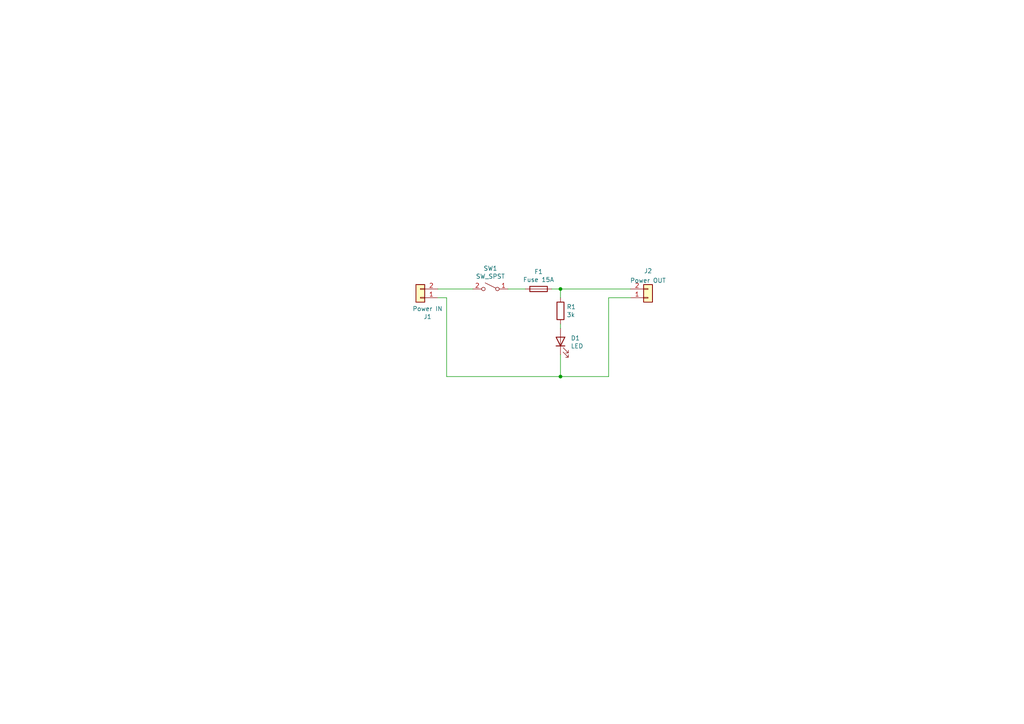
<source format=kicad_sch>
(kicad_sch (version 20211123) (generator eeschema)
  (paper "A4")
  (lib_symbols
    (symbol "Connector_Generic:Conn_01x02" (pin_names (offset 1.016) hide)
      (property "Reference" "J" (at 0 2.54 0))
      (property "Value" "Conn_01x02" (at 0 -5.08 0))
      (symbol "Conn_01x02_1_1"
        (rectangle (start -1.27 -2.413) (end 0 -2.667) (stroke (width 0.1524)))
        (rectangle (start -1.27 0.127) (end 0 -0.127) (stroke (width 0.1524)))
        (rectangle (start -1.27 1.27) (end 1.27 -3.81) (stroke (width 0.254)) (fill (type background)))
        (pin passive line (at -5.08 0 0) (length 3.81) (name "Pin_1") (number "1"))
        (pin passive line (at -5.08 -2.54 0) (length 3.81) (name "Pin_2") (number "2"))
      )
    )
    (symbol "Device:Fuse" (pin_numbers hide) (pin_names (offset 0))
      (property "Reference" "F" (at 2.032 0 90))
      (property "Value" "Fuse" (at -1.905 0 90))
      (symbol "Fuse_0_1"
        (rectangle (start -0.762 -2.54) (end 0.762 2.54) (stroke (width 0.254)))
        (polyline (pts (xy 0 2.54) (xy 0 -2.54)))
      )
      (symbol "Fuse_1_1"
        (pin passive line (at 0 3.81 270) (length 1.27) (name "~") (number "1"))
        (pin passive line (at 0 -3.81 90) (length 1.27) (name "~") (number "2"))
      )
    )
    (symbol "Device:LED" (pin_numbers hide) (pin_names (offset 1.016) hide)
      (property "Reference" "D" (at 0 2.54 0))
      (property "Value" "LED" (at 0 -2.54 0))
      (symbol "LED_0_1"
        (polyline (pts (xy -1.27 -1.27) (xy -1.27 1.27)) (stroke (width 0.254)))
        (polyline (pts (xy -1.27 0) (xy 1.27 0)))
        (polyline (pts (xy 1.27 -1.27) (xy 1.27 1.27) (xy -1.27 0) (xy 1.27 -1.27)) (stroke (width 0.254)))
        (polyline (pts (xy -3.048 -0.762) (xy -4.572 -2.286) (xy -3.81 -2.286) (xy -4.572 -2.286) (xy -4.572 -1.524)))
        (polyline (pts (xy -1.778 -0.762) (xy -3.302 -2.286) (xy -2.54 -2.286) (xy -3.302 -2.286) (xy -3.302 -1.524)))
      )
      (symbol "LED_1_1"
        (pin passive line (at -3.81 0 0) (length 2.54) (name "K") (number "1"))
        (pin passive line (at 3.81 0 180) (length 2.54) (name "A") (number "2"))
      )
    )
    (symbol "Device:R" (pin_numbers hide) (pin_names (offset 0))
      (property "Reference" "R" (at 2.032 0 90))
      (property "Value" "R" (at 0 0 90))
      (symbol "R_0_1"
        (rectangle (start -1.016 -2.54) (end 1.016 2.54) (stroke (width 0.254)))
      )
      (symbol "R_1_1"
        (pin passive line (at 0 3.81 270) (length 1.27) (name "~") (number "1"))
        (pin passive line (at 0 -3.81 90) (length 1.27) (name "~") (number "2"))
      )
    )
    (symbol "Switch:SW_SPST" (pin_names (offset 0) hide)
      (property "Reference" "SW" (at 0 3.175 0))
      (property "Value" "SW_SPST" (at 0 -2.54 0))
      (symbol "SW_SPST_0_0"
        (circle (center -2.032 0) (radius 0.508))
        (polyline (pts (xy -1.524 0.254) (xy 1.524 1.778)))
        (circle (center 2.032 0) (radius 0.508))
      )
      (symbol "SW_SPST_1_1"
        (pin passive line (at -5.08 0 0) (length 2.54) (name "A") (number "1"))
        (pin passive line (at 5.08 0 180) (length 2.54) (name "B") (number "2"))
      )
    )
  )
  (junction (at 162.56 109.22))
  (junction (at 162.56 83.82))
  (wire (pts (xy 162.56 83.82) (xy 162.56 86.36)))
  (wire (pts (xy 147.32 83.82) (xy 152.4 83.82)))
  (wire (pts (xy 162.56 102.87) (xy 162.56 109.22)))
  (wire (pts (xy 127 83.82) (xy 137.16 83.82)))
  (wire (pts (xy 162.56 109.22) (xy 176.53 109.22)))
  (wire (pts (xy 127 86.36) (xy 129.54 86.36)))
  (wire (pts (xy 129.54 86.36) (xy 129.54 109.22)))
  (wire (pts (xy 176.53 109.22) (xy 176.53 86.36)))
  (wire (pts (xy 160.02 83.82) (xy 162.56 83.82)))
  (wire (pts (xy 129.54 109.22) (xy 162.56 109.22)))
  (wire (pts (xy 162.56 93.98) (xy 162.56 95.25)))
  (wire (pts (xy 162.56 83.82) (xy 182.88 83.82)))
  (wire (pts (xy 176.53 86.36) (xy 182.88 86.36)))
  (symbol (lib_id "Device:LED") (at 162.56 99.06 90) (unit 1)
    (property "Reference" "D1" (at 165.5318 98.0694 90) (effects (justify right)))
    (property "Value" "LED" (at 165.5318 100.3808 90) (effects (justify right)))
    (property "Footprint" "0.main.robot:LED_SMLE13WBC8W1" (effects hide))
  )
  (symbol (lib_id "Device:R") (at 162.56 90.17 0) (unit 1)
    (property "Reference" "R1" (at 164.338 89.0016 0) (effects (justify left)))
    (property "Value" "3k" (at 164.338 91.313 0) (effects (justify left)))
    (property "Footprint" "Resistor_SMD:R_0603_1608Metric_Pad1.05x0.95mm_HandSolder" (effects hide))
  )
  (symbol (lib_id "Device:Fuse") (at 156.21 83.82 270) (unit 1)
    (property "Reference" "F1" (at 156.21 78.8162 90))
    (property "Value" "Fuse 15A" (at 156.21 81.1276 90))
    (property "Footprint" "0.main.robot:FUSE_20mm" (effects hide))
  )
  (symbol (lib_id "Connector_Generic:Conn_01x02") (at 121.92 86.36 180) (unit 1)
    (property "Reference" "J1" (at 124.0028 91.8718 0))
    (property "Value" "Power IN" (at 124.0028 89.5604 0))
    (property "Footprint" "0.main.robot:AMASS_XT60-M_1x02_P7.20mm_Vertical" (effects hide))
  )
  (symbol (lib_id "Connector_Generic:Conn_01x02") (at 187.96 86.36 0) (mirror x) (unit 1)
    (property "Reference" "J2" (at 187.96 78.5835 0))
    (property "Value" "Power OUT" (at 187.96 81.3586 0))
    (property "Footprint" "Connector_JST:JST_VH_B2P-VH-B_1x02_P3.96mm_Vertical" (effects hide))
  )
  (symbol (lib_id "Switch:SW_SPST") (at 142.24 83.82 0) (mirror y) (unit 1)
    (property "Reference" "SW1" (at 142.24 77.851 0))
    (property "Value" "SW_SPST" (at 142.24 80.1624 0))
    (property "Footprint" "0.main.robot:SW_SPST_POWER" (effects hide))
  )
)
</source>
